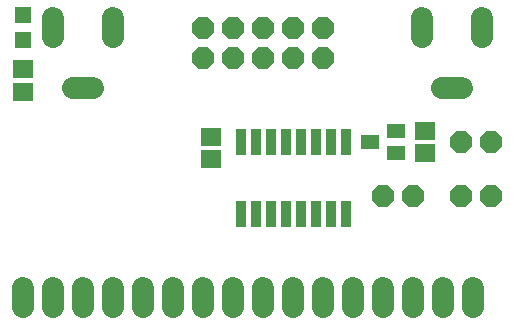
<source format=gts>
G75*
G70*
%OFA0B0*%
%FSLAX24Y24*%
%IPPOS*%
%LPD*%
%AMOC8*
5,1,8,0,0,1.08239X$1,22.5*
%
%ADD10R,0.0552X0.0552*%
%ADD11R,0.0710X0.0592*%
%ADD12R,0.0671X0.0592*%
%ADD13C,0.0720*%
%ADD14R,0.0340X0.0880*%
%ADD15OC8,0.0720*%
%ADD16R,0.0631X0.0474*%
D10*
X001682Y011125D03*
X001682Y011952D03*
D11*
X001682Y010162D03*
X001682Y009414D03*
X015082Y008112D03*
X015082Y007364D03*
D12*
X007932Y007164D03*
X007932Y007912D03*
D13*
X001682Y002858D02*
X001682Y002218D01*
X002682Y002218D02*
X002682Y002858D01*
X003682Y002858D02*
X003682Y002218D01*
X004682Y002218D02*
X004682Y002858D01*
X005682Y002858D02*
X005682Y002218D01*
X006682Y002218D02*
X006682Y002858D01*
X007682Y002858D02*
X007682Y002218D01*
X008682Y002218D02*
X008682Y002858D01*
X009682Y002858D02*
X009682Y002218D01*
X010682Y002218D02*
X010682Y002858D01*
X011682Y002858D02*
X011682Y002218D01*
X012682Y002218D02*
X012682Y002858D01*
X013682Y002858D02*
X013682Y002218D01*
X014682Y002218D02*
X014682Y002858D01*
X015682Y002858D02*
X015682Y002218D01*
X016682Y002218D02*
X016682Y002858D01*
X016302Y009538D02*
X015662Y009538D01*
X014982Y011218D02*
X014982Y011858D01*
X016982Y011858D02*
X016982Y011218D01*
X004682Y011218D02*
X004682Y011858D01*
X002682Y011858D02*
X002682Y011218D01*
X003362Y009538D02*
X004002Y009538D01*
D14*
X008932Y007748D03*
X009432Y007748D03*
X009932Y007748D03*
X010432Y007748D03*
X010932Y007748D03*
X011432Y007748D03*
X011932Y007748D03*
X012432Y007748D03*
X012432Y005328D03*
X011932Y005328D03*
X011432Y005328D03*
X010932Y005328D03*
X010432Y005328D03*
X009932Y005328D03*
X009432Y005328D03*
X008932Y005328D03*
D15*
X013682Y005938D03*
X014682Y005938D03*
X016282Y005938D03*
X017282Y005938D03*
X017282Y007738D03*
X016282Y007738D03*
X011682Y010538D03*
X010682Y010538D03*
X009682Y010538D03*
X008682Y010538D03*
X007682Y010538D03*
X007682Y011538D03*
X008682Y011538D03*
X009682Y011538D03*
X010682Y011538D03*
X011682Y011538D03*
D16*
X014115Y008112D03*
X013249Y007738D03*
X014115Y007364D03*
M02*

</source>
